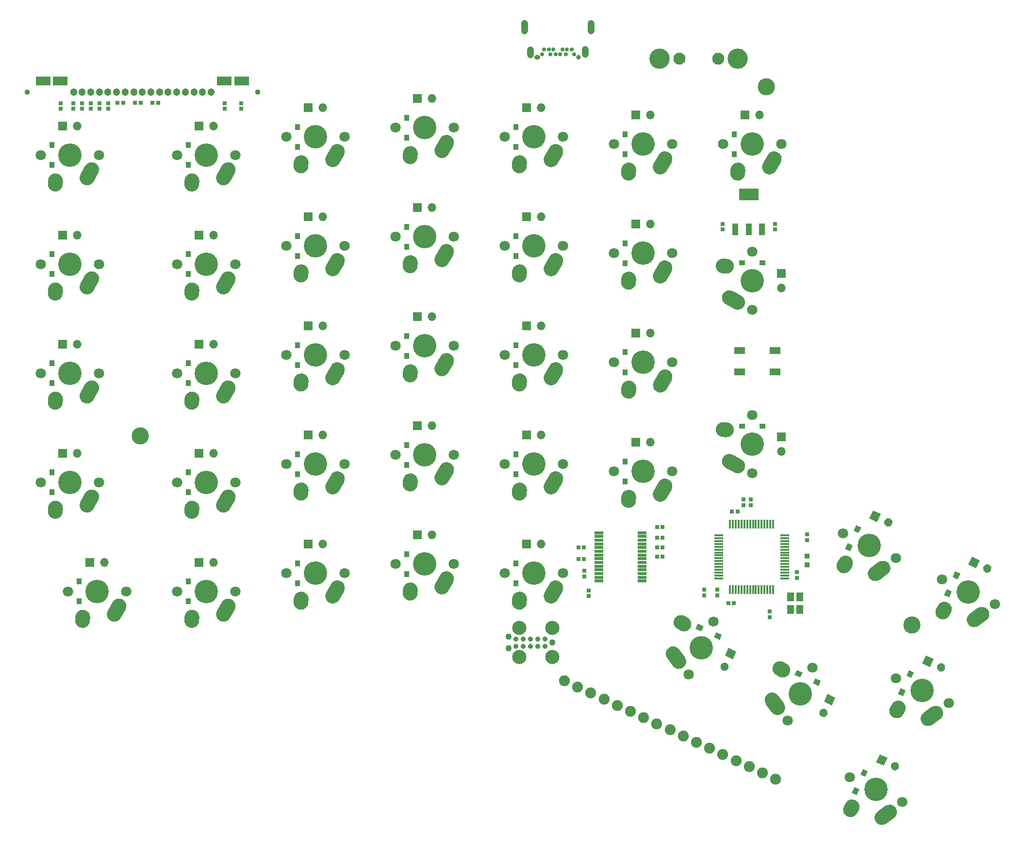
<source format=gbs>
G04 #@! TF.GenerationSoftware,KiCad,Pcbnew,5.1.6-c6e7f7d~87~ubuntu20.04.1*
G04 #@! TF.CreationDate,2020-08-07T18:47:16+02:00*
G04 #@! TF.ProjectId,ICEDLeft,49434544-4c65-4667-942e-6b696361645f,1.2b*
G04 #@! TF.SameCoordinates,Original*
G04 #@! TF.FileFunction,Soldermask,Bot*
G04 #@! TF.FilePolarity,Negative*
%FSLAX46Y46*%
G04 Gerber Fmt 4.6, Leading zero omitted, Abs format (unit mm)*
G04 Created by KiCad (PCBNEW 5.1.6-c6e7f7d~87~ubuntu20.04.1) date 2020-08-07 18:47:16*
%MOMM*%
%LPD*%
G01*
G04 APERTURE LIST*
%ADD10C,2.101600*%
%ADD11C,3.539600*%
%ADD12R,0.401600X1.601600*%
%ADD13R,1.601600X0.401600*%
%ADD14R,0.751600X0.701600*%
%ADD15R,0.701600X0.751600*%
%ADD16R,0.899160X0.899160*%
%ADD17R,1.301600X1.501600*%
%ADD18C,0.889000*%
%ADD19C,1.092210*%
%ADD20C,2.476510*%
%ADD21C,1.901600*%
%ADD22R,1.051600X2.001600*%
%ADD23R,3.351600X2.001600*%
%ADD24R,1.901600X1.201600*%
%ADD25R,1.531600X0.501600*%
%ADD26C,3.000000*%
%ADD27R,2.501600X1.601600*%
%ADD28C,1.301600*%
%ADD29C,0.951610*%
%ADD30O,1.501600X1.501600*%
%ADD31R,1.501600X1.501600*%
%ADD32C,0.100000*%
%ADD33R,0.952500X1.102360*%
%ADD34R,1.102360X0.952500*%
%ADD35C,4.089410*%
%ADD36C,1.803410*%
%ADD37C,0.801600*%
%ADD38C,0.701600*%
%ADD39O,1.201600X2.051600*%
%ADD40O,1.201600X2.501600*%
%ADD41O,1.051600X0.801600*%
G04 APERTURE END LIST*
D10*
G04 #@! TO.C,J1*
X132170000Y-32739000D03*
X138970000Y-32739000D03*
D11*
X128770000Y-32739000D03*
X142370000Y-32739000D03*
G04 #@! TD*
D12*
G04 #@! TO.C,U1*
X141030000Y-114011000D03*
X141530000Y-114011000D03*
X142030000Y-114011000D03*
X142530000Y-114011000D03*
X143030000Y-114011000D03*
X143530000Y-114011000D03*
X144030000Y-114011000D03*
X144530000Y-114011000D03*
X145030000Y-114011000D03*
X145530000Y-114011000D03*
X146030000Y-114011000D03*
X146530000Y-114011000D03*
X147030000Y-114011000D03*
X147530000Y-114011000D03*
X148030000Y-114011000D03*
X148530000Y-114011000D03*
D13*
X150530000Y-116011000D03*
X150530000Y-116511000D03*
X150530000Y-117011000D03*
X150530000Y-117511000D03*
X150530000Y-118011000D03*
X150530000Y-118511000D03*
X150530000Y-119011000D03*
X150530000Y-119511000D03*
X150530000Y-120011000D03*
X150530000Y-120511000D03*
X150530000Y-121011000D03*
X150530000Y-121511000D03*
X150530000Y-122011000D03*
X150530000Y-122511000D03*
X150530000Y-123011000D03*
X150530000Y-123511000D03*
D12*
X148530000Y-125511000D03*
X148030000Y-125511000D03*
X147530000Y-125511000D03*
X147030000Y-125511000D03*
X146530000Y-125511000D03*
X146030000Y-125511000D03*
X145530000Y-125511000D03*
X145030000Y-125511000D03*
X144530000Y-125511000D03*
X144030000Y-125511000D03*
X143530000Y-125511000D03*
X143030000Y-125511000D03*
X142530000Y-125511000D03*
X142030000Y-125511000D03*
X141530000Y-125511000D03*
X141030000Y-125511000D03*
D13*
X139030000Y-123511000D03*
X139030000Y-123011000D03*
X139030000Y-122511000D03*
X139030000Y-122011000D03*
X139030000Y-121511000D03*
X139030000Y-121011000D03*
X139030000Y-120511000D03*
X139030000Y-120011000D03*
X139030000Y-119511000D03*
X139030000Y-119011000D03*
X139030000Y-118511000D03*
X139030000Y-118011000D03*
X139030000Y-117511000D03*
X139030000Y-117011000D03*
X139030000Y-116511000D03*
X139030000Y-116011000D03*
G04 #@! TD*
D14*
G04 #@! TO.C,C17*
X26416000Y-41521000D03*
X26416000Y-40521000D03*
G04 #@! TD*
G04 #@! TO.C,C16*
X27940000Y-41521000D03*
X27940000Y-40521000D03*
G04 #@! TD*
G04 #@! TO.C,R9*
X55753000Y-40521000D03*
X55753000Y-41521000D03*
G04 #@! TD*
D15*
G04 #@! TO.C,R8*
X129278000Y-116459000D03*
X128278000Y-116459000D03*
G04 #@! TD*
D14*
G04 #@! TO.C,R7*
X138811000Y-125484000D03*
X138811000Y-126484000D03*
G04 #@! TD*
G04 #@! TO.C,R10*
X52832000Y-40521000D03*
X52832000Y-41521000D03*
G04 #@! TD*
G04 #@! TO.C,R11*
X154432000Y-116832000D03*
X154432000Y-115832000D03*
G04 #@! TD*
G04 #@! TO.C,R6*
X136525000Y-125484000D03*
X136525000Y-126484000D03*
G04 #@! TD*
D15*
G04 #@! TO.C,R5*
X114562000Y-120142000D03*
X115562000Y-120142000D03*
G04 #@! TD*
G04 #@! TO.C,R4*
X114562000Y-118110000D03*
X115562000Y-118110000D03*
G04 #@! TD*
G04 #@! TO.C,C10*
X40267000Y-40513000D03*
X41267000Y-40513000D03*
G04 #@! TD*
D14*
G04 #@! TO.C,C9*
X115570000Y-123182000D03*
X115570000Y-122182000D03*
G04 #@! TD*
G04 #@! TO.C,C15*
X29464000Y-41521000D03*
X29464000Y-40521000D03*
G04 #@! TD*
G04 #@! TO.C,C8*
X116332000Y-125611000D03*
X116332000Y-126611000D03*
G04 #@! TD*
G04 #@! TO.C,C14*
X30988000Y-41521000D03*
X30988000Y-40521000D03*
G04 #@! TD*
G04 #@! TO.C,C13*
X32512000Y-41521000D03*
X32512000Y-40521000D03*
G04 #@! TD*
D15*
G04 #@! TO.C,C12*
X35171000Y-40513000D03*
X34171000Y-40513000D03*
G04 #@! TD*
G04 #@! TO.C,C11*
X38219000Y-40513000D03*
X37219000Y-40513000D03*
G04 #@! TD*
D14*
G04 #@! TO.C,C5*
X147955000Y-129294000D03*
X147955000Y-130294000D03*
G04 #@! TD*
D15*
G04 #@! TO.C,R3*
X129278000Y-118110000D03*
X128278000Y-118110000D03*
G04 #@! TD*
D14*
G04 #@! TO.C,C7*
X152654000Y-122436000D03*
X152654000Y-123436000D03*
G04 #@! TD*
D15*
G04 #@! TO.C,C3*
X140724000Y-127889000D03*
X141724000Y-127889000D03*
G04 #@! TD*
D14*
G04 #@! TO.C,C1*
X148844000Y-62603000D03*
X148844000Y-61603000D03*
G04 #@! TD*
G04 #@! TO.C,R2*
X144653000Y-109736000D03*
X144653000Y-110736000D03*
G04 #@! TD*
D15*
G04 #@! TO.C,C6*
X129278000Y-114554000D03*
X128278000Y-114554000D03*
G04 #@! TD*
D14*
G04 #@! TO.C,C2*
X139700000Y-62603000D03*
X139700000Y-61603000D03*
G04 #@! TD*
D15*
G04 #@! TO.C,C4*
X141359000Y-111887000D03*
X142359000Y-111887000D03*
G04 #@! TD*
D14*
G04 #@! TO.C,R1*
X143383000Y-109736000D03*
X143383000Y-110736000D03*
G04 #@! TD*
D16*
G04 #@! TO.C,D77*
X154432000Y-121145300D03*
X154432000Y-119646700D03*
G04 #@! TD*
D17*
G04 #@! TO.C,X1*
X151600000Y-128989000D03*
X153200000Y-128989000D03*
X153200000Y-126789000D03*
X151600000Y-126789000D03*
G04 #@! TD*
D18*
G04 #@! TO.C,P1*
X106172000Y-134112000D03*
X106172000Y-135382000D03*
X104902000Y-134112000D03*
X104902000Y-135382000D03*
X103632000Y-135382000D03*
X103632000Y-134112000D03*
X107442000Y-134112000D03*
X107442000Y-135382000D03*
X108712000Y-134112000D03*
X108712000Y-135382000D03*
D19*
X109982000Y-134747000D03*
X102362000Y-133731000D03*
X102362000Y-135763000D03*
D20*
X109982000Y-132207000D03*
X104267000Y-132207000D03*
X109982000Y-137287000D03*
X104267000Y-137287000D03*
G04 #@! TD*
D21*
G04 #@! TO.C,P3*
X148972174Y-158574603D03*
X146670152Y-157501153D03*
X144368131Y-156427702D03*
X142066109Y-155354252D03*
X139764087Y-154280802D03*
X137462065Y-153207351D03*
X135160044Y-152133901D03*
X132858022Y-151060450D03*
X130556000Y-149987000D03*
X128253978Y-148913550D03*
X125951956Y-147840099D03*
X123649935Y-146766649D03*
X121347913Y-145693198D03*
X119045891Y-144619748D03*
X116743869Y-143546298D03*
X114441848Y-142472847D03*
X112139826Y-141399397D03*
G04 #@! TD*
D22*
G04 #@! TO.C,Q1*
X144272000Y-62613000D03*
X141972000Y-62613000D03*
X146572000Y-62613000D03*
D23*
X144272000Y-56513000D03*
G04 #@! TD*
D15*
G04 #@! TO.C,R12*
X128278000Y-119761000D03*
X129278000Y-119761000D03*
G04 #@! TD*
D14*
G04 #@! TO.C,R13*
X24257000Y-40521000D03*
X24257000Y-41521000D03*
G04 #@! TD*
D24*
G04 #@! TO.C,S39*
X142696000Y-87448000D03*
X142696000Y-83748000D03*
X148896000Y-87448000D03*
X148896000Y-83748000D03*
G04 #@! TD*
D25*
G04 #@! TO.C,U2*
X125715000Y-115536000D03*
X125715000Y-116186000D03*
X125715000Y-116836000D03*
X125715000Y-117486000D03*
X125715000Y-118136000D03*
X125715000Y-118786000D03*
X125715000Y-119436000D03*
X125715000Y-120086000D03*
X125715000Y-120736000D03*
X125715000Y-121386000D03*
X125715000Y-122036000D03*
X125715000Y-122686000D03*
X125715000Y-123336000D03*
X125715000Y-123986000D03*
X118125000Y-123986000D03*
X118125000Y-123336000D03*
X118125000Y-122686000D03*
X118125000Y-122036000D03*
X118125000Y-121386000D03*
X118125000Y-120736000D03*
X118125000Y-120086000D03*
X118125000Y-119436000D03*
X118125000Y-118786000D03*
X118125000Y-118136000D03*
X118125000Y-117486000D03*
X118125000Y-116836000D03*
X118125000Y-116186000D03*
X118125000Y-115536000D03*
G04 #@! TD*
D26*
G04 #@! TO.C,FID1*
X147320000Y-37719000D03*
G04 #@! TD*
G04 #@! TO.C,FID3*
X38100000Y-98679000D03*
G04 #@! TD*
G04 #@! TO.C,FID5*
X172720000Y-131699000D03*
G04 #@! TD*
D27*
G04 #@! TO.C,LCD1*
X21197000Y-36665000D03*
X24197000Y-36665000D03*
D28*
X26497000Y-38615000D03*
X27997000Y-38615000D03*
X29497000Y-38615000D03*
X30997000Y-38615000D03*
X32497000Y-38615000D03*
X33997000Y-38615000D03*
X35497000Y-38615000D03*
X36997000Y-38615000D03*
X38497000Y-38615000D03*
X39997000Y-38615000D03*
X41497000Y-38615000D03*
X42997000Y-38615000D03*
X44497000Y-38615000D03*
X45997000Y-38615000D03*
X47497000Y-38615000D03*
X48997000Y-38615000D03*
X50497000Y-38615000D03*
D27*
X52797000Y-36665000D03*
X55797000Y-36665000D03*
D29*
X58597000Y-38615000D03*
X18397000Y-38615000D03*
G04 #@! TD*
D30*
G04 #@! TO.C,D51*
X50927500Y-63573700D03*
D31*
X48387500Y-63573700D03*
G04 #@! TD*
G04 #@! TO.C,D69*
G36*
G01*
X169113555Y-156017423D02*
X169113555Y-156017423D01*
G75*
G02*
X170111313Y-155654269I680456J-317302D01*
G01*
X170111313Y-155654269D01*
G75*
G02*
X170474467Y-156652027I-317302J-680456D01*
G01*
X170474467Y-156652027D01*
G75*
G02*
X169476709Y-157015181I-680456J317302D01*
G01*
X169476709Y-157015181D01*
G75*
G02*
X169113555Y-156017423I317302J680456D01*
G01*
G37*
D32*
G36*
X166494231Y-155624429D02*
G01*
X167128835Y-154263517D01*
X168489747Y-154898121D01*
X167855143Y-156259033D01*
X166494231Y-155624429D01*
G37*
G04 #@! TD*
D30*
G04 #@! TO.C,D66*
X50927500Y-101674000D03*
D31*
X48387500Y-101674000D03*
G04 #@! TD*
D30*
G04 #@! TO.C,D50*
X69977000Y-60398700D03*
D31*
X67437000Y-60398700D03*
G04 #@! TD*
D30*
G04 #@! TO.C,D65*
X69977000Y-98499000D03*
D31*
X67437000Y-98499000D03*
G04 #@! TD*
D30*
G04 #@! TO.C,D49*
X89027000Y-58801000D03*
D31*
X86487000Y-58801000D03*
G04 #@! TD*
D30*
G04 #@! TO.C,D64*
X89027000Y-96901000D03*
D31*
X86487000Y-96901000D03*
G04 #@! TD*
D30*
G04 #@! TO.C,D48*
X108077000Y-60398700D03*
D31*
X105537000Y-60398700D03*
G04 #@! TD*
D30*
G04 #@! TO.C,D67*
X27115000Y-101674000D03*
D31*
X24575000Y-101674000D03*
G04 #@! TD*
D30*
G04 #@! TO.C,D52*
X27115000Y-63573700D03*
D31*
X24575000Y-63573700D03*
G04 #@! TD*
G04 #@! TO.C,D68*
G36*
G01*
X177165555Y-138750423D02*
X177165555Y-138750423D01*
G75*
G02*
X178163313Y-138387269I680456J-317302D01*
G01*
X178163313Y-138387269D01*
G75*
G02*
X178526467Y-139385027I-317302J-680456D01*
G01*
X178526467Y-139385027D01*
G75*
G02*
X177528709Y-139748181I-680456J317302D01*
G01*
X177528709Y-139748181D01*
G75*
G02*
X177165555Y-138750423I317302J680456D01*
G01*
G37*
D32*
G36*
X174546231Y-138357429D02*
G01*
X175180835Y-136996517D01*
X176541747Y-137631121D01*
X175907143Y-138992033D01*
X174546231Y-138357429D01*
G37*
G04 #@! TD*
D30*
G04 #@! TO.C,D53*
X127138000Y-80708100D03*
D31*
X124598000Y-80708100D03*
G04 #@! TD*
D30*
G04 #@! TO.C,D63*
X108077000Y-98499000D03*
D31*
X105537000Y-98499000D03*
G04 #@! TD*
D30*
G04 #@! TO.C,D54*
X108077000Y-79449000D03*
D31*
X105537000Y-79449000D03*
G04 #@! TD*
G04 #@! TO.C,D70*
G36*
G01*
X157641577Y-146334555D02*
X157641577Y-146334555D01*
G75*
G02*
X158004731Y-147332313I-317302J-680456D01*
G01*
X158004731Y-147332313D01*
G75*
G02*
X157006973Y-147695467I-680456J317302D01*
G01*
X157006973Y-147695467D01*
G75*
G02*
X156643819Y-146697709I317302J680456D01*
G01*
X156643819Y-146697709D01*
G75*
G02*
X157641577Y-146334555I680456J-317302D01*
G01*
G37*
D32*
G36*
X158034571Y-143715231D02*
G01*
X159395483Y-144349835D01*
X158760879Y-145710747D01*
X157399967Y-145076143D01*
X158034571Y-143715231D01*
G37*
G04 #@! TD*
D30*
G04 #@! TO.C,D43*
X69977000Y-41348700D03*
D31*
X67437000Y-41348700D03*
G04 #@! TD*
D30*
G04 #@! TO.C,D55*
X89027000Y-77851000D03*
D31*
X86487000Y-77851000D03*
G04 #@! TD*
G04 #@! TO.C,D71*
G36*
G01*
X140377577Y-138283555D02*
X140377577Y-138283555D01*
G75*
G02*
X140740731Y-139281313I-317302J-680456D01*
G01*
X140740731Y-139281313D01*
G75*
G02*
X139742973Y-139644467I-680456J317302D01*
G01*
X139742973Y-139644467D01*
G75*
G02*
X139379819Y-138646709I317302J680456D01*
G01*
X139379819Y-138646709D01*
G75*
G02*
X140377577Y-138283555I680456J-317302D01*
G01*
G37*
D32*
G36*
X140770571Y-135664231D02*
G01*
X142131483Y-136298835D01*
X141496879Y-137659747D01*
X140135967Y-137025143D01*
X140770571Y-135664231D01*
G37*
G04 #@! TD*
D30*
G04 #@! TO.C,D40*
X127127000Y-42621200D03*
D31*
X124587000Y-42621200D03*
G04 #@! TD*
D30*
G04 #@! TO.C,D56*
X69977000Y-79449000D03*
D31*
X67437000Y-79449000D03*
G04 #@! TD*
D30*
G04 #@! TO.C,D72*
X108077000Y-117549000D03*
D31*
X105537000Y-117549000D03*
G04 #@! TD*
D30*
G04 #@! TO.C,D41*
X108077000Y-41348700D03*
D31*
X105537000Y-41348700D03*
G04 #@! TD*
D30*
G04 #@! TO.C,D57*
X50927500Y-82624000D03*
D31*
X48387500Y-82624000D03*
G04 #@! TD*
D30*
G04 #@! TO.C,D73*
X89027000Y-115951000D03*
D31*
X86487000Y-115951000D03*
G04 #@! TD*
D30*
G04 #@! TO.C,D42*
X89027000Y-39751000D03*
D31*
X86487000Y-39751000D03*
G04 #@! TD*
D30*
G04 #@! TO.C,D58*
X27115000Y-82624000D03*
D31*
X24575000Y-82624000D03*
G04 #@! TD*
D30*
G04 #@! TO.C,D74*
X69977000Y-117549000D03*
D31*
X67437000Y-117549000D03*
G04 #@! TD*
D30*
G04 #@! TO.C,D39*
X146177000Y-42621200D03*
D31*
X143637000Y-42621200D03*
G04 #@! TD*
G04 #@! TO.C,D59*
G36*
G01*
X185217555Y-121484423D02*
X185217555Y-121484423D01*
G75*
G02*
X186215313Y-121121269I680456J-317302D01*
G01*
X186215313Y-121121269D01*
G75*
G02*
X186578467Y-122119027I-317302J-680456D01*
G01*
X186578467Y-122119027D01*
G75*
G02*
X185580709Y-122482181I-680456J317302D01*
G01*
X185580709Y-122482181D01*
G75*
G02*
X185217555Y-121484423I317302J680456D01*
G01*
G37*
D32*
G36*
X182598231Y-121091429D02*
G01*
X183232835Y-119730517D01*
X184593747Y-120365121D01*
X183959143Y-121726033D01*
X182598231Y-121091429D01*
G37*
G04 #@! TD*
D30*
G04 #@! TO.C,D75*
X50927000Y-120724000D03*
D31*
X48387000Y-120724000D03*
G04 #@! TD*
D30*
G04 #@! TO.C,D44*
X50927500Y-44526200D03*
D31*
X48387500Y-44526200D03*
G04 #@! TD*
G04 #@! TO.C,D60*
G36*
G01*
X167953555Y-113434423D02*
X167953555Y-113434423D01*
G75*
G02*
X168951313Y-113071269I680456J-317302D01*
G01*
X168951313Y-113071269D01*
G75*
G02*
X169314467Y-114069027I-317302J-680456D01*
G01*
X169314467Y-114069027D01*
G75*
G02*
X168316709Y-114432181I-680456J317302D01*
G01*
X168316709Y-114432181D01*
G75*
G02*
X167953555Y-113434423I317302J680456D01*
G01*
G37*
D32*
G36*
X165334231Y-113041429D02*
G01*
X165968835Y-111680517D01*
X167329747Y-112315121D01*
X166695143Y-113676033D01*
X165334231Y-113041429D01*
G37*
G04 #@! TD*
D30*
G04 #@! TO.C,D76*
X31877000Y-120724000D03*
D31*
X29337000Y-120724000D03*
G04 #@! TD*
D30*
G04 #@! TO.C,D45*
X27115000Y-44526200D03*
D31*
X24575000Y-44526200D03*
G04 #@! TD*
D30*
G04 #@! TO.C,D61*
X149987000Y-101356000D03*
D31*
X149987000Y-98816000D03*
G04 #@! TD*
D30*
G04 #@! TO.C,D46*
X149987000Y-72781200D03*
D31*
X149987000Y-70241200D03*
G04 #@! TD*
D30*
G04 #@! TO.C,D62*
X127127000Y-99769000D03*
D31*
X124587000Y-99769000D03*
G04 #@! TD*
D30*
G04 #@! TO.C,D47*
X127127000Y-61668700D03*
D31*
X124587000Y-61668700D03*
G04 #@! TD*
D32*
G04 #@! TO.C,D21*
G36*
X180320991Y-122266794D02*
G01*
X181184249Y-122669338D01*
X180718371Y-123668416D01*
X179855113Y-123265872D01*
X180320991Y-122266794D01*
G37*
G36*
X178841776Y-125438980D02*
G01*
X179705034Y-125841524D01*
X179239156Y-126840602D01*
X178375898Y-126438058D01*
X178841776Y-125438980D01*
G37*
G04 #@! TD*
D33*
G04 #@! TO.C,D20*
X22733500Y-85951400D03*
X22733500Y-89451520D03*
G04 #@! TD*
G04 #@! TO.C,D19*
X46545500Y-85951400D03*
X46545500Y-89451520D03*
G04 #@! TD*
G04 #@! TO.C,D18*
X65595500Y-82776400D03*
X65595500Y-86276520D03*
G04 #@! TD*
G04 #@! TO.C,D17*
X84645500Y-81178400D03*
X84645500Y-84678520D03*
G04 #@! TD*
G04 #@! TO.C,D16*
X103696000Y-82776400D03*
X103696000Y-86276520D03*
G04 #@! TD*
G04 #@! TO.C,D15*
X122756000Y-84035500D03*
X122756000Y-87535620D03*
G04 #@! TD*
G04 #@! TO.C,D14*
X22733500Y-66901100D03*
X22733500Y-70401220D03*
G04 #@! TD*
G04 #@! TO.C,D13*
X46545500Y-66901100D03*
X46545500Y-70401220D03*
G04 #@! TD*
G04 #@! TO.C,D12*
X65595500Y-63726100D03*
X65595500Y-67226220D03*
G04 #@! TD*
G04 #@! TO.C,D10*
X103696000Y-63726100D03*
X103696000Y-67226220D03*
G04 #@! TD*
G04 #@! TO.C,D9*
X122746000Y-64996100D03*
X122746000Y-68496220D03*
G04 #@! TD*
D34*
G04 #@! TO.C,D8*
X146659600Y-68399700D03*
X143159480Y-68399700D03*
G04 #@! TD*
D33*
G04 #@! TO.C,D7*
X22733500Y-47853600D03*
X22733500Y-51353720D03*
G04 #@! TD*
G04 #@! TO.C,D6*
X46545500Y-47853600D03*
X46545500Y-51353720D03*
G04 #@! TD*
D32*
G04 #@! TO.C,D22*
G36*
X163055991Y-114215794D02*
G01*
X163919249Y-114618338D01*
X163453371Y-115617416D01*
X162590113Y-115214872D01*
X163055991Y-114215794D01*
G37*
G36*
X161576776Y-117387980D02*
G01*
X162440034Y-117790524D01*
X161974156Y-118789602D01*
X161110898Y-118387058D01*
X161576776Y-117387980D01*
G37*
G04 #@! TD*
D33*
G04 #@! TO.C,D2*
X122746000Y-45948600D03*
X122746000Y-49448720D03*
G04 #@! TD*
G04 #@! TO.C,D3*
X103696000Y-44676100D03*
X103696000Y-48176220D03*
G04 #@! TD*
G04 #@! TO.C,D4*
X84645500Y-43078400D03*
X84645500Y-46578520D03*
G04 #@! TD*
G04 #@! TO.C,D5*
X65595500Y-44676100D03*
X65595500Y-48176220D03*
G04 #@! TD*
G04 #@! TO.C,D11*
X84645500Y-62128400D03*
X84645500Y-65628520D03*
G04 #@! TD*
G04 #@! TO.C,D38*
X27495500Y-124051400D03*
X27495500Y-127551520D03*
G04 #@! TD*
G04 #@! TO.C,D37*
X46545500Y-124051400D03*
X46545500Y-127551520D03*
G04 #@! TD*
G04 #@! TO.C,D36*
X65595500Y-120876400D03*
X65595500Y-124376520D03*
G04 #@! TD*
G04 #@! TO.C,D35*
X84645500Y-119278400D03*
X84645500Y-122778520D03*
G04 #@! TD*
G04 #@! TO.C,D34*
X103696000Y-120876400D03*
X103696000Y-124376520D03*
G04 #@! TD*
G04 #@! TO.C,D1*
X141796000Y-45948600D03*
X141796000Y-49448720D03*
G04 #@! TD*
D32*
G04 #@! TO.C,D32*
G36*
X156863206Y-141440991D02*
G01*
X156460662Y-142304249D01*
X155461584Y-141838371D01*
X155864128Y-140975113D01*
X156863206Y-141440991D01*
G37*
G36*
X153691020Y-139961776D02*
G01*
X153288476Y-140825034D01*
X152289398Y-140359156D01*
X152691942Y-139495898D01*
X153691020Y-139961776D01*
G37*
G04 #@! TD*
G04 #@! TO.C,D31*
G36*
X164219991Y-156795794D02*
G01*
X165083249Y-157198338D01*
X164617371Y-158197416D01*
X163754113Y-157794872D01*
X164219991Y-156795794D01*
G37*
G36*
X162740776Y-159967980D02*
G01*
X163604034Y-160370524D01*
X163138156Y-161369602D01*
X162274898Y-160967058D01*
X162740776Y-159967980D01*
G37*
G04 #@! TD*
G04 #@! TO.C,D30*
G36*
X172270991Y-139528794D02*
G01*
X173134249Y-139931338D01*
X172668371Y-140930416D01*
X171805113Y-140527872D01*
X172270991Y-139528794D01*
G37*
G36*
X170791776Y-142700980D02*
G01*
X171655034Y-143103524D01*
X171189156Y-144102602D01*
X170325898Y-143700058D01*
X170791776Y-142700980D01*
G37*
G04 #@! TD*
D33*
G04 #@! TO.C,D29*
X22733500Y-105001400D03*
X22733500Y-108501520D03*
G04 #@! TD*
G04 #@! TO.C,D28*
X46545500Y-105001400D03*
X46545500Y-108501520D03*
G04 #@! TD*
G04 #@! TO.C,D27*
X65595500Y-101826400D03*
X65595500Y-105326520D03*
G04 #@! TD*
G04 #@! TO.C,D26*
X84645500Y-100228400D03*
X84645500Y-103728520D03*
G04 #@! TD*
G04 #@! TO.C,D25*
X103696000Y-101826400D03*
X103696000Y-105326520D03*
G04 #@! TD*
G04 #@! TO.C,D24*
X122746000Y-103096400D03*
X122746000Y-106596520D03*
G04 #@! TD*
D34*
G04 #@! TO.C,D23*
X146659600Y-96974500D03*
X143159480Y-96974500D03*
G04 #@! TD*
D32*
G04 #@! TO.C,D33*
G36*
X139599206Y-133388991D02*
G01*
X139196662Y-134252249D01*
X138197584Y-133786371D01*
X138600128Y-132923113D01*
X139599206Y-133388991D01*
G37*
G36*
X136427020Y-131909776D02*
G01*
X136024476Y-132773034D01*
X135025398Y-132307156D01*
X135427942Y-131443898D01*
X136427020Y-131909776D01*
G37*
G04 #@! TD*
D35*
G04 #@! TO.C,S22*
X165334000Y-117820000D03*
D36*
X169938044Y-119966901D03*
X160729956Y-115673099D03*
G36*
G01*
X168477646Y-122785467D02*
X167125731Y-123765889D01*
G75*
G02*
X165309023Y-123476525I-763672J1053036D01*
G01*
X165309023Y-123476525D01*
G75*
G02*
X165598387Y-121659817I1053036J763672D01*
G01*
X166950301Y-120679395D01*
G75*
G02*
X168767009Y-120968759I763672J-1053036D01*
G01*
X168767009Y-120968759D01*
G75*
G02*
X168477645Y-122785467I-1053036J-763672D01*
G01*
G37*
G36*
G01*
X162304719Y-121470985D02*
X162024415Y-121978755D01*
G75*
G02*
X160256957Y-122488905I-1138804J628654D01*
G01*
X160256957Y-122488905D01*
G75*
G02*
X159746807Y-120721447I628654J1138804D01*
G01*
X160027111Y-120213677D01*
G75*
G02*
X161794569Y-119703527I1138804J-628654D01*
G01*
X161794569Y-119703527D01*
G75*
G02*
X162304719Y-121470985I-628654J-1138804D01*
G01*
G37*
G04 #@! TD*
D35*
G04 #@! TO.C,S2*
X125857000Y-47701200D03*
D36*
X130937000Y-47701200D03*
X120777000Y-47701200D03*
G36*
G01*
X130804608Y-50872879D02*
X129993702Y-52332787D01*
G75*
G02*
X128224914Y-52838309I-1137155J631633D01*
G01*
X128224914Y-52838309D01*
G75*
G02*
X127719392Y-51069521I631633J1137155D01*
G01*
X128530298Y-49609613D01*
G75*
G02*
X130299086Y-49104091I1137155J-631633D01*
G01*
X130299086Y-49104091D01*
G75*
G02*
X130804608Y-50872879I-631633J-1137155D01*
G01*
G37*
G36*
G01*
X124654512Y-52290346D02*
X124615064Y-52869002D01*
G75*
G02*
X123228802Y-54078316I-1297788J88474D01*
G01*
X123228802Y-54078316D01*
G75*
G02*
X122019488Y-52692054I88474J1297788D01*
G01*
X122058936Y-52113398D01*
G75*
G02*
X123445198Y-50904084I1297788J-88474D01*
G01*
X123445198Y-50904084D01*
G75*
G02*
X124654512Y-52290346I-88474J-1297788D01*
G01*
G37*
G04 #@! TD*
D35*
G04 #@! TO.C,S12*
X68707000Y-65478700D03*
D36*
X73787000Y-65478700D03*
X63627000Y-65478700D03*
G36*
G01*
X73654608Y-68650379D02*
X72843702Y-70110287D01*
G75*
G02*
X71074914Y-70615809I-1137155J631633D01*
G01*
X71074914Y-70615809D01*
G75*
G02*
X70569392Y-68847021I631633J1137155D01*
G01*
X71380298Y-67387113D01*
G75*
G02*
X73149086Y-66881591I1137155J-631633D01*
G01*
X73149086Y-66881591D01*
G75*
G02*
X73654608Y-68650379I-631633J-1137155D01*
G01*
G37*
G36*
G01*
X67504512Y-70067846D02*
X67465064Y-70646502D01*
G75*
G02*
X66078802Y-71855816I-1297788J88474D01*
G01*
X66078802Y-71855816D01*
G75*
G02*
X64869488Y-70469554I88474J1297788D01*
G01*
X64908936Y-69890898D01*
G75*
G02*
X66295198Y-68681584I1297788J-88474D01*
G01*
X66295198Y-68681584D01*
G75*
G02*
X67504512Y-70067846I-88474J-1297788D01*
G01*
G37*
G04 #@! TD*
D35*
G04 #@! TO.C,S32*
X153258000Y-143718000D03*
D36*
X151111099Y-148322044D03*
X155404901Y-139113956D03*
G36*
G01*
X148292533Y-146861646D02*
X147312111Y-145509731D01*
G75*
G02*
X147601475Y-143693023I1053036J763672D01*
G01*
X147601475Y-143693023D01*
G75*
G02*
X149418183Y-143982387I763672J-1053036D01*
G01*
X150398605Y-145334301D01*
G75*
G02*
X150109241Y-147151009I-1053036J-763672D01*
G01*
X150109241Y-147151009D01*
G75*
G02*
X148292533Y-146861645I-763672J1053036D01*
G01*
G37*
G36*
G01*
X149607015Y-140688719D02*
X149099245Y-140408415D01*
G75*
G02*
X148589095Y-138640957I628654J1138804D01*
G01*
X148589095Y-138640957D01*
G75*
G02*
X150356553Y-138130807I1138804J-628654D01*
G01*
X150864323Y-138411111D01*
G75*
G02*
X151374473Y-140178569I-628654J-1138804D01*
G01*
X151374473Y-140178569D01*
G75*
G02*
X149607015Y-140688719I-1138804J628654D01*
G01*
G37*
G04 #@! TD*
D35*
G04 #@! TO.C,S34*
X106807000Y-122629000D03*
D36*
X111887000Y-122629000D03*
X101727000Y-122629000D03*
G36*
G01*
X111754608Y-125800679D02*
X110943702Y-127260587D01*
G75*
G02*
X109174914Y-127766109I-1137155J631633D01*
G01*
X109174914Y-127766109D01*
G75*
G02*
X108669392Y-125997321I631633J1137155D01*
G01*
X109480298Y-124537413D01*
G75*
G02*
X111249086Y-124031891I1137155J-631633D01*
G01*
X111249086Y-124031891D01*
G75*
G02*
X111754608Y-125800679I-631633J-1137155D01*
G01*
G37*
G36*
G01*
X105604512Y-127218146D02*
X105565064Y-127796802D01*
G75*
G02*
X104178802Y-129006116I-1297788J88474D01*
G01*
X104178802Y-129006116D01*
G75*
G02*
X102969488Y-127619854I88474J1297788D01*
G01*
X103008936Y-127041198D01*
G75*
G02*
X104395198Y-125831884I1297788J-88474D01*
G01*
X104395198Y-125831884D01*
G75*
G02*
X105604512Y-127218146I-88474J-1297788D01*
G01*
G37*
G04 #@! TD*
D35*
G04 #@! TO.C,S35*
X87757000Y-121031000D03*
D36*
X92837000Y-121031000D03*
X82677000Y-121031000D03*
G36*
G01*
X92704608Y-124202679D02*
X91893702Y-125662587D01*
G75*
G02*
X90124914Y-126168109I-1137155J631633D01*
G01*
X90124914Y-126168109D01*
G75*
G02*
X89619392Y-124399321I631633J1137155D01*
G01*
X90430298Y-122939413D01*
G75*
G02*
X92199086Y-122433891I1137155J-631633D01*
G01*
X92199086Y-122433891D01*
G75*
G02*
X92704608Y-124202679I-631633J-1137155D01*
G01*
G37*
G36*
G01*
X86554512Y-125620146D02*
X86515064Y-126198802D01*
G75*
G02*
X85128802Y-127408116I-1297788J88474D01*
G01*
X85128802Y-127408116D01*
G75*
G02*
X83919488Y-126021854I88474J1297788D01*
G01*
X83958936Y-125443198D01*
G75*
G02*
X85345198Y-124233884I1297788J-88474D01*
G01*
X85345198Y-124233884D01*
G75*
G02*
X86554512Y-125620146I-88474J-1297788D01*
G01*
G37*
G04 #@! TD*
D35*
G04 #@! TO.C,S37*
X49657000Y-125804000D03*
D36*
X54737000Y-125804000D03*
X44577000Y-125804000D03*
G36*
G01*
X54604608Y-128975679D02*
X53793702Y-130435587D01*
G75*
G02*
X52024914Y-130941109I-1137155J631633D01*
G01*
X52024914Y-130941109D01*
G75*
G02*
X51519392Y-129172321I631633J1137155D01*
G01*
X52330298Y-127712413D01*
G75*
G02*
X54099086Y-127206891I1137155J-631633D01*
G01*
X54099086Y-127206891D01*
G75*
G02*
X54604608Y-128975679I-631633J-1137155D01*
G01*
G37*
G36*
G01*
X48454512Y-130393146D02*
X48415064Y-130971802D01*
G75*
G02*
X47028802Y-132181116I-1297788J88474D01*
G01*
X47028802Y-132181116D01*
G75*
G02*
X45819488Y-130794854I88474J1297788D01*
G01*
X45858936Y-130216198D01*
G75*
G02*
X47245198Y-129006884I1297788J-88474D01*
G01*
X47245198Y-129006884D01*
G75*
G02*
X48454512Y-130393146I-88474J-1297788D01*
G01*
G37*
G04 #@! TD*
D35*
G04 #@! TO.C,S24*
X125857000Y-104849000D03*
D36*
X130937000Y-104849000D03*
X120777000Y-104849000D03*
G36*
G01*
X130804608Y-108020679D02*
X129993702Y-109480587D01*
G75*
G02*
X128224914Y-109986109I-1137155J631633D01*
G01*
X128224914Y-109986109D01*
G75*
G02*
X127719392Y-108217321I631633J1137155D01*
G01*
X128530298Y-106757413D01*
G75*
G02*
X130299086Y-106251891I1137155J-631633D01*
G01*
X130299086Y-106251891D01*
G75*
G02*
X130804608Y-108020679I-631633J-1137155D01*
G01*
G37*
G36*
G01*
X124654512Y-109438146D02*
X124615064Y-110016802D01*
G75*
G02*
X123228802Y-111226116I-1297788J88474D01*
G01*
X123228802Y-111226116D01*
G75*
G02*
X122019488Y-109839854I88474J1297788D01*
G01*
X122058936Y-109261198D01*
G75*
G02*
X123445198Y-108051884I1297788J-88474D01*
G01*
X123445198Y-108051884D01*
G75*
G02*
X124654512Y-109438146I-88474J-1297788D01*
G01*
G37*
G04 #@! TD*
D35*
G04 #@! TO.C,S25*
X106807000Y-103579000D03*
D36*
X111887000Y-103579000D03*
X101727000Y-103579000D03*
G36*
G01*
X111754608Y-106750679D02*
X110943702Y-108210587D01*
G75*
G02*
X109174914Y-108716109I-1137155J631633D01*
G01*
X109174914Y-108716109D01*
G75*
G02*
X108669392Y-106947321I631633J1137155D01*
G01*
X109480298Y-105487413D01*
G75*
G02*
X111249086Y-104981891I1137155J-631633D01*
G01*
X111249086Y-104981891D01*
G75*
G02*
X111754608Y-106750679I-631633J-1137155D01*
G01*
G37*
G36*
G01*
X105604512Y-108168146D02*
X105565064Y-108746802D01*
G75*
G02*
X104178802Y-109956116I-1297788J88474D01*
G01*
X104178802Y-109956116D01*
G75*
G02*
X102969488Y-108569854I88474J1297788D01*
G01*
X103008936Y-107991198D01*
G75*
G02*
X104395198Y-106781884I1297788J-88474D01*
G01*
X104395198Y-106781884D01*
G75*
G02*
X105604512Y-108168146I-88474J-1297788D01*
G01*
G37*
G04 #@! TD*
D35*
G04 #@! TO.C,S26*
X87757000Y-101981000D03*
D36*
X92837000Y-101981000D03*
X82677000Y-101981000D03*
G36*
G01*
X92704608Y-105152679D02*
X91893702Y-106612587D01*
G75*
G02*
X90124914Y-107118109I-1137155J631633D01*
G01*
X90124914Y-107118109D01*
G75*
G02*
X89619392Y-105349321I631633J1137155D01*
G01*
X90430298Y-103889413D01*
G75*
G02*
X92199086Y-103383891I1137155J-631633D01*
G01*
X92199086Y-103383891D01*
G75*
G02*
X92704608Y-105152679I-631633J-1137155D01*
G01*
G37*
G36*
G01*
X86554512Y-106570146D02*
X86515064Y-107148802D01*
G75*
G02*
X85128802Y-108358116I-1297788J88474D01*
G01*
X85128802Y-108358116D01*
G75*
G02*
X83919488Y-106971854I88474J1297788D01*
G01*
X83958936Y-106393198D01*
G75*
G02*
X85345198Y-105183884I1297788J-88474D01*
G01*
X85345198Y-105183884D01*
G75*
G02*
X86554512Y-106570146I-88474J-1297788D01*
G01*
G37*
G04 #@! TD*
D35*
G04 #@! TO.C,S27*
X68707000Y-103579000D03*
D36*
X73787000Y-103579000D03*
X63627000Y-103579000D03*
G36*
G01*
X73654608Y-106750679D02*
X72843702Y-108210587D01*
G75*
G02*
X71074914Y-108716109I-1137155J631633D01*
G01*
X71074914Y-108716109D01*
G75*
G02*
X70569392Y-106947321I631633J1137155D01*
G01*
X71380298Y-105487413D01*
G75*
G02*
X73149086Y-104981891I1137155J-631633D01*
G01*
X73149086Y-104981891D01*
G75*
G02*
X73654608Y-106750679I-631633J-1137155D01*
G01*
G37*
G36*
G01*
X67504512Y-108168146D02*
X67465064Y-108746802D01*
G75*
G02*
X66078802Y-109956116I-1297788J88474D01*
G01*
X66078802Y-109956116D01*
G75*
G02*
X64869488Y-108569854I88474J1297788D01*
G01*
X64908936Y-107991198D01*
G75*
G02*
X66295198Y-106781884I1297788J-88474D01*
G01*
X66295198Y-106781884D01*
G75*
G02*
X67504512Y-108168146I-88474J-1297788D01*
G01*
G37*
G04 #@! TD*
D35*
G04 #@! TO.C,S28*
X49657000Y-106754000D03*
D36*
X54737000Y-106754000D03*
X44577000Y-106754000D03*
G36*
G01*
X54604608Y-109925679D02*
X53793702Y-111385587D01*
G75*
G02*
X52024914Y-111891109I-1137155J631633D01*
G01*
X52024914Y-111891109D01*
G75*
G02*
X51519392Y-110122321I631633J1137155D01*
G01*
X52330298Y-108662413D01*
G75*
G02*
X54099086Y-108156891I1137155J-631633D01*
G01*
X54099086Y-108156891D01*
G75*
G02*
X54604608Y-109925679I-631633J-1137155D01*
G01*
G37*
G36*
G01*
X48454512Y-111343146D02*
X48415064Y-111921802D01*
G75*
G02*
X47028802Y-113131116I-1297788J88474D01*
G01*
X47028802Y-113131116D01*
G75*
G02*
X45819488Y-111744854I88474J1297788D01*
G01*
X45858936Y-111166198D01*
G75*
G02*
X47245198Y-109956884I1297788J-88474D01*
G01*
X47245198Y-109956884D01*
G75*
G02*
X48454512Y-111343146I-88474J-1297788D01*
G01*
G37*
G04 #@! TD*
D35*
G04 #@! TO.C,S15*
X125868000Y-85788100D03*
D36*
X130948000Y-85788100D03*
X120788000Y-85788100D03*
G36*
G01*
X130815608Y-88959779D02*
X130004702Y-90419687D01*
G75*
G02*
X128235914Y-90925209I-1137155J631633D01*
G01*
X128235914Y-90925209D01*
G75*
G02*
X127730392Y-89156421I631633J1137155D01*
G01*
X128541298Y-87696513D01*
G75*
G02*
X130310086Y-87190991I1137155J-631633D01*
G01*
X130310086Y-87190991D01*
G75*
G02*
X130815608Y-88959779I-631633J-1137155D01*
G01*
G37*
G36*
G01*
X124665512Y-90377246D02*
X124626064Y-90955902D01*
G75*
G02*
X123239802Y-92165216I-1297788J88474D01*
G01*
X123239802Y-92165216D01*
G75*
G02*
X122030488Y-90778954I88474J1297788D01*
G01*
X122069936Y-90200298D01*
G75*
G02*
X123456198Y-88990984I1297788J-88474D01*
G01*
X123456198Y-88990984D01*
G75*
G02*
X124665512Y-90377246I-88474J-1297788D01*
G01*
G37*
G04 #@! TD*
D35*
G04 #@! TO.C,S16*
X106807000Y-84529000D03*
D36*
X111887000Y-84529000D03*
X101727000Y-84529000D03*
G36*
G01*
X111754608Y-87700679D02*
X110943702Y-89160587D01*
G75*
G02*
X109174914Y-89666109I-1137155J631633D01*
G01*
X109174914Y-89666109D01*
G75*
G02*
X108669392Y-87897321I631633J1137155D01*
G01*
X109480298Y-86437413D01*
G75*
G02*
X111249086Y-85931891I1137155J-631633D01*
G01*
X111249086Y-85931891D01*
G75*
G02*
X111754608Y-87700679I-631633J-1137155D01*
G01*
G37*
G36*
G01*
X105604512Y-89118146D02*
X105565064Y-89696802D01*
G75*
G02*
X104178802Y-90906116I-1297788J88474D01*
G01*
X104178802Y-90906116D01*
G75*
G02*
X102969488Y-89519854I88474J1297788D01*
G01*
X103008936Y-88941198D01*
G75*
G02*
X104395198Y-87731884I1297788J-88474D01*
G01*
X104395198Y-87731884D01*
G75*
G02*
X105604512Y-89118146I-88474J-1297788D01*
G01*
G37*
G04 #@! TD*
D35*
G04 #@! TO.C,S17*
X87757000Y-82931000D03*
D36*
X92837000Y-82931000D03*
X82677000Y-82931000D03*
G36*
G01*
X92704608Y-86102679D02*
X91893702Y-87562587D01*
G75*
G02*
X90124914Y-88068109I-1137155J631633D01*
G01*
X90124914Y-88068109D01*
G75*
G02*
X89619392Y-86299321I631633J1137155D01*
G01*
X90430298Y-84839413D01*
G75*
G02*
X92199086Y-84333891I1137155J-631633D01*
G01*
X92199086Y-84333891D01*
G75*
G02*
X92704608Y-86102679I-631633J-1137155D01*
G01*
G37*
G36*
G01*
X86554512Y-87520146D02*
X86515064Y-88098802D01*
G75*
G02*
X85128802Y-89308116I-1297788J88474D01*
G01*
X85128802Y-89308116D01*
G75*
G02*
X83919488Y-87921854I88474J1297788D01*
G01*
X83958936Y-87343198D01*
G75*
G02*
X85345198Y-86133884I1297788J-88474D01*
G01*
X85345198Y-86133884D01*
G75*
G02*
X86554512Y-87520146I-88474J-1297788D01*
G01*
G37*
G04 #@! TD*
D35*
G04 #@! TO.C,S18*
X68707000Y-84529000D03*
D36*
X73787000Y-84529000D03*
X63627000Y-84529000D03*
G36*
G01*
X73654608Y-87700679D02*
X72843702Y-89160587D01*
G75*
G02*
X71074914Y-89666109I-1137155J631633D01*
G01*
X71074914Y-89666109D01*
G75*
G02*
X70569392Y-87897321I631633J1137155D01*
G01*
X71380298Y-86437413D01*
G75*
G02*
X73149086Y-85931891I1137155J-631633D01*
G01*
X73149086Y-85931891D01*
G75*
G02*
X73654608Y-87700679I-631633J-1137155D01*
G01*
G37*
G36*
G01*
X67504512Y-89118146D02*
X67465064Y-89696802D01*
G75*
G02*
X66078802Y-90906116I-1297788J88474D01*
G01*
X66078802Y-90906116D01*
G75*
G02*
X64869488Y-89519854I88474J1297788D01*
G01*
X64908936Y-88941198D01*
G75*
G02*
X66295198Y-87731884I1297788J-88474D01*
G01*
X66295198Y-87731884D01*
G75*
G02*
X67504512Y-89118146I-88474J-1297788D01*
G01*
G37*
G04 #@! TD*
D35*
G04 #@! TO.C,S19*
X49657000Y-87704000D03*
D36*
X54737000Y-87704000D03*
X44577000Y-87704000D03*
G36*
G01*
X54604608Y-90875679D02*
X53793702Y-92335587D01*
G75*
G02*
X52024914Y-92841109I-1137155J631633D01*
G01*
X52024914Y-92841109D01*
G75*
G02*
X51519392Y-91072321I631633J1137155D01*
G01*
X52330298Y-89612413D01*
G75*
G02*
X54099086Y-89106891I1137155J-631633D01*
G01*
X54099086Y-89106891D01*
G75*
G02*
X54604608Y-90875679I-631633J-1137155D01*
G01*
G37*
G36*
G01*
X48454512Y-92293146D02*
X48415064Y-92871802D01*
G75*
G02*
X47028802Y-94081116I-1297788J88474D01*
G01*
X47028802Y-94081116D01*
G75*
G02*
X45819488Y-92694854I88474J1297788D01*
G01*
X45858936Y-92116198D01*
G75*
G02*
X47245198Y-90906884I1297788J-88474D01*
G01*
X47245198Y-90906884D01*
G75*
G02*
X48454512Y-92293146I-88474J-1297788D01*
G01*
G37*
G04 #@! TD*
D35*
G04 #@! TO.C,S10*
X106807000Y-65478700D03*
D36*
X111887000Y-65478700D03*
X101727000Y-65478700D03*
G36*
G01*
X111754608Y-68650379D02*
X110943702Y-70110287D01*
G75*
G02*
X109174914Y-70615809I-1137155J631633D01*
G01*
X109174914Y-70615809D01*
G75*
G02*
X108669392Y-68847021I631633J1137155D01*
G01*
X109480298Y-67387113D01*
G75*
G02*
X111249086Y-66881591I1137155J-631633D01*
G01*
X111249086Y-66881591D01*
G75*
G02*
X111754608Y-68650379I-631633J-1137155D01*
G01*
G37*
G36*
G01*
X105604512Y-70067846D02*
X105565064Y-70646502D01*
G75*
G02*
X104178802Y-71855816I-1297788J88474D01*
G01*
X104178802Y-71855816D01*
G75*
G02*
X102969488Y-70469554I88474J1297788D01*
G01*
X103008936Y-69890898D01*
G75*
G02*
X104395198Y-68681584I1297788J-88474D01*
G01*
X104395198Y-68681584D01*
G75*
G02*
X105604512Y-70067846I-88474J-1297788D01*
G01*
G37*
G04 #@! TD*
D35*
G04 #@! TO.C,S11*
X87757000Y-63881000D03*
D36*
X92837000Y-63881000D03*
X82677000Y-63881000D03*
G36*
G01*
X92704608Y-67052679D02*
X91893702Y-68512587D01*
G75*
G02*
X90124914Y-69018109I-1137155J631633D01*
G01*
X90124914Y-69018109D01*
G75*
G02*
X89619392Y-67249321I631633J1137155D01*
G01*
X90430298Y-65789413D01*
G75*
G02*
X92199086Y-65283891I1137155J-631633D01*
G01*
X92199086Y-65283891D01*
G75*
G02*
X92704608Y-67052679I-631633J-1137155D01*
G01*
G37*
G36*
G01*
X86554512Y-68470146D02*
X86515064Y-69048802D01*
G75*
G02*
X85128802Y-70258116I-1297788J88474D01*
G01*
X85128802Y-70258116D01*
G75*
G02*
X83919488Y-68871854I88474J1297788D01*
G01*
X83958936Y-68293198D01*
G75*
G02*
X85345198Y-67083884I1297788J-88474D01*
G01*
X85345198Y-67083884D01*
G75*
G02*
X86554512Y-68470146I-88474J-1297788D01*
G01*
G37*
G04 #@! TD*
D35*
G04 #@! TO.C,S13*
X49657000Y-68653700D03*
D36*
X54737000Y-68653700D03*
X44577000Y-68653700D03*
G36*
G01*
X54604608Y-71825379D02*
X53793702Y-73285287D01*
G75*
G02*
X52024914Y-73790809I-1137155J631633D01*
G01*
X52024914Y-73790809D01*
G75*
G02*
X51519392Y-72022021I631633J1137155D01*
G01*
X52330298Y-70562113D01*
G75*
G02*
X54099086Y-70056591I1137155J-631633D01*
G01*
X54099086Y-70056591D01*
G75*
G02*
X54604608Y-71825379I-631633J-1137155D01*
G01*
G37*
G36*
G01*
X48454512Y-73242846D02*
X48415064Y-73821502D01*
G75*
G02*
X47028802Y-75030816I-1297788J88474D01*
G01*
X47028802Y-75030816D01*
G75*
G02*
X45819488Y-73644554I88474J1297788D01*
G01*
X45858936Y-73065898D01*
G75*
G02*
X47245198Y-71856584I1297788J-88474D01*
G01*
X47245198Y-71856584D01*
G75*
G02*
X48454512Y-73242846I-88474J-1297788D01*
G01*
G37*
G04 #@! TD*
D35*
G04 #@! TO.C,S36*
X68707000Y-122629000D03*
D36*
X73787000Y-122629000D03*
X63627000Y-122629000D03*
G36*
G01*
X73654608Y-125800679D02*
X72843702Y-127260587D01*
G75*
G02*
X71074914Y-127766109I-1137155J631633D01*
G01*
X71074914Y-127766109D01*
G75*
G02*
X70569392Y-125997321I631633J1137155D01*
G01*
X71380298Y-124537413D01*
G75*
G02*
X73149086Y-124031891I1137155J-631633D01*
G01*
X73149086Y-124031891D01*
G75*
G02*
X73654608Y-125800679I-631633J-1137155D01*
G01*
G37*
G36*
G01*
X67504512Y-127218146D02*
X67465064Y-127796802D01*
G75*
G02*
X66078802Y-129006116I-1297788J88474D01*
G01*
X66078802Y-129006116D01*
G75*
G02*
X64869488Y-127619854I88474J1297788D01*
G01*
X64908936Y-127041198D01*
G75*
G02*
X66295198Y-125831884I1297788J-88474D01*
G01*
X66295198Y-125831884D01*
G75*
G02*
X67504512Y-127218146I-88474J-1297788D01*
G01*
G37*
G04 #@! TD*
D35*
G04 #@! TO.C,S3*
X106807000Y-46428700D03*
D36*
X111887000Y-46428700D03*
X101727000Y-46428700D03*
G36*
G01*
X111754608Y-49600379D02*
X110943702Y-51060287D01*
G75*
G02*
X109174914Y-51565809I-1137155J631633D01*
G01*
X109174914Y-51565809D01*
G75*
G02*
X108669392Y-49797021I631633J1137155D01*
G01*
X109480298Y-48337113D01*
G75*
G02*
X111249086Y-47831591I1137155J-631633D01*
G01*
X111249086Y-47831591D01*
G75*
G02*
X111754608Y-49600379I-631633J-1137155D01*
G01*
G37*
G36*
G01*
X105604512Y-51017846D02*
X105565064Y-51596502D01*
G75*
G02*
X104178802Y-52805816I-1297788J88474D01*
G01*
X104178802Y-52805816D01*
G75*
G02*
X102969488Y-51419554I88474J1297788D01*
G01*
X103008936Y-50840898D01*
G75*
G02*
X104395198Y-49631584I1297788J-88474D01*
G01*
X104395198Y-49631584D01*
G75*
G02*
X105604512Y-51017846I-88474J-1297788D01*
G01*
G37*
G04 #@! TD*
D35*
G04 #@! TO.C,S4*
X87757000Y-44831000D03*
D36*
X92837000Y-44831000D03*
X82677000Y-44831000D03*
G36*
G01*
X92704608Y-48002679D02*
X91893702Y-49462587D01*
G75*
G02*
X90124914Y-49968109I-1137155J631633D01*
G01*
X90124914Y-49968109D01*
G75*
G02*
X89619392Y-48199321I631633J1137155D01*
G01*
X90430298Y-46739413D01*
G75*
G02*
X92199086Y-46233891I1137155J-631633D01*
G01*
X92199086Y-46233891D01*
G75*
G02*
X92704608Y-48002679I-631633J-1137155D01*
G01*
G37*
G36*
G01*
X86554512Y-49420146D02*
X86515064Y-49998802D01*
G75*
G02*
X85128802Y-51208116I-1297788J88474D01*
G01*
X85128802Y-51208116D01*
G75*
G02*
X83919488Y-49821854I88474J1297788D01*
G01*
X83958936Y-49243198D01*
G75*
G02*
X85345198Y-48033884I1297788J-88474D01*
G01*
X85345198Y-48033884D01*
G75*
G02*
X86554512Y-49420146I-88474J-1297788D01*
G01*
G37*
G04 #@! TD*
D35*
G04 #@! TO.C,S5*
X68707000Y-46428700D03*
D36*
X73787000Y-46428700D03*
X63627000Y-46428700D03*
G36*
G01*
X73654608Y-49600379D02*
X72843702Y-51060287D01*
G75*
G02*
X71074914Y-51565809I-1137155J631633D01*
G01*
X71074914Y-51565809D01*
G75*
G02*
X70569392Y-49797021I631633J1137155D01*
G01*
X71380298Y-48337113D01*
G75*
G02*
X73149086Y-47831591I1137155J-631633D01*
G01*
X73149086Y-47831591D01*
G75*
G02*
X73654608Y-49600379I-631633J-1137155D01*
G01*
G37*
G36*
G01*
X67504512Y-51017846D02*
X67465064Y-51596502D01*
G75*
G02*
X66078802Y-52805816I-1297788J88474D01*
G01*
X66078802Y-52805816D01*
G75*
G02*
X64869488Y-51419554I88474J1297788D01*
G01*
X64908936Y-50840898D01*
G75*
G02*
X66295198Y-49631584I1297788J-88474D01*
G01*
X66295198Y-49631584D01*
G75*
G02*
X67504512Y-51017846I-88474J-1297788D01*
G01*
G37*
G04 #@! TD*
D35*
G04 #@! TO.C,S6*
X49657000Y-49606200D03*
D36*
X54737000Y-49606200D03*
X44577000Y-49606200D03*
G36*
G01*
X54604608Y-52777879D02*
X53793702Y-54237787D01*
G75*
G02*
X52024914Y-54743309I-1137155J631633D01*
G01*
X52024914Y-54743309D01*
G75*
G02*
X51519392Y-52974521I631633J1137155D01*
G01*
X52330298Y-51514613D01*
G75*
G02*
X54099086Y-51009091I1137155J-631633D01*
G01*
X54099086Y-51009091D01*
G75*
G02*
X54604608Y-52777879I-631633J-1137155D01*
G01*
G37*
G36*
G01*
X48454512Y-54195346D02*
X48415064Y-54774002D01*
G75*
G02*
X47028802Y-55983316I-1297788J88474D01*
G01*
X47028802Y-55983316D01*
G75*
G02*
X45819488Y-54597054I88474J1297788D01*
G01*
X45858936Y-54018398D01*
G75*
G02*
X47245198Y-52809084I1297788J-88474D01*
G01*
X47245198Y-52809084D01*
G75*
G02*
X48454512Y-54195346I-88474J-1297788D01*
G01*
G37*
G04 #@! TD*
D35*
G04 #@! TO.C,S21*
X182598000Y-125870000D03*
D36*
X187202044Y-128016901D03*
X177993956Y-123723099D03*
G36*
G01*
X185741646Y-130835467D02*
X184389731Y-131815889D01*
G75*
G02*
X182573023Y-131526525I-763672J1053036D01*
G01*
X182573023Y-131526525D01*
G75*
G02*
X182862387Y-129709817I1053036J763672D01*
G01*
X184214301Y-128729395D01*
G75*
G02*
X186031009Y-129018759I763672J-1053036D01*
G01*
X186031009Y-129018759D01*
G75*
G02*
X185741645Y-130835467I-1053036J-763672D01*
G01*
G37*
G36*
G01*
X179568719Y-129520985D02*
X179288415Y-130028755D01*
G75*
G02*
X177520957Y-130538905I-1138804J628654D01*
G01*
X177520957Y-130538905D01*
G75*
G02*
X177010807Y-128771447I628654J1138804D01*
G01*
X177291111Y-128263677D01*
G75*
G02*
X179058569Y-127753527I1138804J-628654D01*
G01*
X179058569Y-127753527D01*
G75*
G02*
X179568719Y-129520985I-628654J-1138804D01*
G01*
G37*
G04 #@! TD*
D35*
G04 #@! TO.C,S31*
X166497000Y-160401000D03*
D36*
X171101044Y-162547901D03*
X161892956Y-158254099D03*
G36*
G01*
X169640646Y-165366467D02*
X168288731Y-166346889D01*
G75*
G02*
X166472023Y-166057525I-763672J1053036D01*
G01*
X166472023Y-166057525D01*
G75*
G02*
X166761387Y-164240817I1053036J763672D01*
G01*
X168113301Y-163260395D01*
G75*
G02*
X169930009Y-163549759I763672J-1053036D01*
G01*
X169930009Y-163549759D01*
G75*
G02*
X169640645Y-165366467I-1053036J-763672D01*
G01*
G37*
G36*
G01*
X163467719Y-164051985D02*
X163187415Y-164559755D01*
G75*
G02*
X161419957Y-165069905I-1138804J628654D01*
G01*
X161419957Y-165069905D01*
G75*
G02*
X160909807Y-163302447I628654J1138804D01*
G01*
X161190111Y-162794677D01*
G75*
G02*
X162957569Y-162284527I1138804J-628654D01*
G01*
X162957569Y-162284527D01*
G75*
G02*
X163467719Y-164051985I-628654J-1138804D01*
G01*
G37*
G04 #@! TD*
D35*
G04 #@! TO.C,S30*
X174549000Y-143134000D03*
D36*
X179153044Y-145280901D03*
X169944956Y-140987099D03*
G36*
G01*
X177692646Y-148099467D02*
X176340731Y-149079889D01*
G75*
G02*
X174524023Y-148790525I-763672J1053036D01*
G01*
X174524023Y-148790525D01*
G75*
G02*
X174813387Y-146973817I1053036J763672D01*
G01*
X176165301Y-145993395D01*
G75*
G02*
X177982009Y-146282759I763672J-1053036D01*
G01*
X177982009Y-146282759D01*
G75*
G02*
X177692645Y-148099467I-1053036J-763672D01*
G01*
G37*
G36*
G01*
X171519719Y-146784985D02*
X171239415Y-147292755D01*
G75*
G02*
X169471957Y-147802905I-1138804J628654D01*
G01*
X169471957Y-147802905D01*
G75*
G02*
X168961807Y-146035447I628654J1138804D01*
G01*
X169242111Y-145527677D01*
G75*
G02*
X171009569Y-145017527I1138804J-628654D01*
G01*
X171009569Y-145017527D01*
G75*
G02*
X171519719Y-146784985I-628654J-1138804D01*
G01*
G37*
G04 #@! TD*
D35*
G04 #@! TO.C,S9*
X125857000Y-66748700D03*
D36*
X130937000Y-66748700D03*
X120777000Y-66748700D03*
G36*
G01*
X130804608Y-69920379D02*
X129993702Y-71380287D01*
G75*
G02*
X128224914Y-71885809I-1137155J631633D01*
G01*
X128224914Y-71885809D01*
G75*
G02*
X127719392Y-70117021I631633J1137155D01*
G01*
X128530298Y-68657113D01*
G75*
G02*
X130299086Y-68151591I1137155J-631633D01*
G01*
X130299086Y-68151591D01*
G75*
G02*
X130804608Y-69920379I-631633J-1137155D01*
G01*
G37*
G36*
G01*
X124654512Y-71337846D02*
X124615064Y-71916502D01*
G75*
G02*
X123228802Y-73125816I-1297788J88474D01*
G01*
X123228802Y-73125816D01*
G75*
G02*
X122019488Y-71739554I88474J1297788D01*
G01*
X122058936Y-71160898D01*
G75*
G02*
X123445198Y-69951584I1297788J-88474D01*
G01*
X123445198Y-69951584D01*
G75*
G02*
X124654512Y-71337846I-88474J-1297788D01*
G01*
G37*
G04 #@! TD*
D35*
G04 #@! TO.C,S38*
X30607000Y-125804000D03*
D36*
X35687000Y-125804000D03*
X25527000Y-125804000D03*
G36*
G01*
X35554608Y-128975679D02*
X34743702Y-130435587D01*
G75*
G02*
X32974914Y-130941109I-1137155J631633D01*
G01*
X32974914Y-130941109D01*
G75*
G02*
X32469392Y-129172321I631633J1137155D01*
G01*
X33280298Y-127712413D01*
G75*
G02*
X35049086Y-127206891I1137155J-631633D01*
G01*
X35049086Y-127206891D01*
G75*
G02*
X35554608Y-128975679I-631633J-1137155D01*
G01*
G37*
G36*
G01*
X29404512Y-130393146D02*
X29365064Y-130971802D01*
G75*
G02*
X27978802Y-132181116I-1297788J88474D01*
G01*
X27978802Y-132181116D01*
G75*
G02*
X26769488Y-130794854I88474J1297788D01*
G01*
X26808936Y-130216198D01*
G75*
G02*
X28195198Y-129006884I1297788J-88474D01*
G01*
X28195198Y-129006884D01*
G75*
G02*
X29404512Y-130393146I-88474J-1297788D01*
G01*
G37*
G04 #@! TD*
D35*
G04 #@! TO.C,S23*
X144907000Y-100086000D03*
D36*
X144907000Y-105166000D03*
X144907000Y-95006000D03*
G36*
G01*
X141735321Y-105033608D02*
X140275413Y-104222702D01*
G75*
G02*
X139769891Y-102453914I631633J1137155D01*
G01*
X139769891Y-102453914D01*
G75*
G02*
X141538679Y-101948392I1137155J-631633D01*
G01*
X142998587Y-102759298D01*
G75*
G02*
X143504109Y-104528086I-631633J-1137155D01*
G01*
X143504109Y-104528086D01*
G75*
G02*
X141735321Y-105033608I-1137155J631633D01*
G01*
G37*
G36*
G01*
X140317854Y-98883512D02*
X139739198Y-98844064D01*
G75*
G02*
X138529884Y-97457802I88474J1297788D01*
G01*
X138529884Y-97457802D01*
G75*
G02*
X139916146Y-96248488I1297788J-88474D01*
G01*
X140494802Y-96287936D01*
G75*
G02*
X141704116Y-97674198I-88474J-1297788D01*
G01*
X141704116Y-97674198D01*
G75*
G02*
X140317854Y-98883512I-1297788J88474D01*
G01*
G37*
G04 #@! TD*
D35*
G04 #@! TO.C,S1*
X144907000Y-47701200D03*
D36*
X149987000Y-47701200D03*
X139827000Y-47701200D03*
G36*
G01*
X149854608Y-50872879D02*
X149043702Y-52332787D01*
G75*
G02*
X147274914Y-52838309I-1137155J631633D01*
G01*
X147274914Y-52838309D01*
G75*
G02*
X146769392Y-51069521I631633J1137155D01*
G01*
X147580298Y-49609613D01*
G75*
G02*
X149349086Y-49104091I1137155J-631633D01*
G01*
X149349086Y-49104091D01*
G75*
G02*
X149854608Y-50872879I-631633J-1137155D01*
G01*
G37*
G36*
G01*
X143704512Y-52290346D02*
X143665064Y-52869002D01*
G75*
G02*
X142278802Y-54078316I-1297788J88474D01*
G01*
X142278802Y-54078316D01*
G75*
G02*
X141069488Y-52692054I88474J1297788D01*
G01*
X141108936Y-52113398D01*
G75*
G02*
X142495198Y-50904084I1297788J-88474D01*
G01*
X142495198Y-50904084D01*
G75*
G02*
X143704512Y-52290346I-88474J-1297788D01*
G01*
G37*
G04 #@! TD*
D35*
G04 #@! TO.C,S8*
X144907000Y-71511200D03*
D36*
X144907000Y-76591200D03*
X144907000Y-66431200D03*
G36*
G01*
X141735321Y-76458808D02*
X140275413Y-75647902D01*
G75*
G02*
X139769891Y-73879114I631633J1137155D01*
G01*
X139769891Y-73879114D01*
G75*
G02*
X141538679Y-73373592I1137155J-631633D01*
G01*
X142998587Y-74184498D01*
G75*
G02*
X143504109Y-75953286I-631633J-1137155D01*
G01*
X143504109Y-75953286D01*
G75*
G02*
X141735321Y-76458808I-1137155J631633D01*
G01*
G37*
G36*
G01*
X140317854Y-70308712D02*
X139739198Y-70269264D01*
G75*
G02*
X138529884Y-68883002I88474J1297788D01*
G01*
X138529884Y-68883002D01*
G75*
G02*
X139916146Y-67673688I1297788J-88474D01*
G01*
X140494802Y-67713136D01*
G75*
G02*
X141704116Y-69099398I-88474J-1297788D01*
G01*
X141704116Y-69099398D01*
G75*
G02*
X140317854Y-70308712I-1297788J88474D01*
G01*
G37*
G04 #@! TD*
D35*
G04 #@! TO.C,S29*
X25845000Y-106754000D03*
D36*
X30925000Y-106754000D03*
X20765000Y-106754000D03*
G36*
G01*
X30792608Y-109925679D02*
X29981702Y-111385587D01*
G75*
G02*
X28212914Y-111891109I-1137155J631633D01*
G01*
X28212914Y-111891109D01*
G75*
G02*
X27707392Y-110122321I631633J1137155D01*
G01*
X28518298Y-108662413D01*
G75*
G02*
X30287086Y-108156891I1137155J-631633D01*
G01*
X30287086Y-108156891D01*
G75*
G02*
X30792608Y-109925679I-631633J-1137155D01*
G01*
G37*
G36*
G01*
X24642512Y-111343146D02*
X24603064Y-111921802D01*
G75*
G02*
X23216802Y-113131116I-1297788J88474D01*
G01*
X23216802Y-113131116D01*
G75*
G02*
X22007488Y-111744854I88474J1297788D01*
G01*
X22046936Y-111166198D01*
G75*
G02*
X23433198Y-109956884I1297788J-88474D01*
G01*
X23433198Y-109956884D01*
G75*
G02*
X24642512Y-111343146I-88474J-1297788D01*
G01*
G37*
G04 #@! TD*
D35*
G04 #@! TO.C,S7*
X25845000Y-49606200D03*
D36*
X30925000Y-49606200D03*
X20765000Y-49606200D03*
G36*
G01*
X30792608Y-52777879D02*
X29981702Y-54237787D01*
G75*
G02*
X28212914Y-54743309I-1137155J631633D01*
G01*
X28212914Y-54743309D01*
G75*
G02*
X27707392Y-52974521I631633J1137155D01*
G01*
X28518298Y-51514613D01*
G75*
G02*
X30287086Y-51009091I1137155J-631633D01*
G01*
X30287086Y-51009091D01*
G75*
G02*
X30792608Y-52777879I-631633J-1137155D01*
G01*
G37*
G36*
G01*
X24642512Y-54195346D02*
X24603064Y-54774002D01*
G75*
G02*
X23216802Y-55983316I-1297788J88474D01*
G01*
X23216802Y-55983316D01*
G75*
G02*
X22007488Y-54597054I88474J1297788D01*
G01*
X22046936Y-54018398D01*
G75*
G02*
X23433198Y-52809084I1297788J-88474D01*
G01*
X23433198Y-52809084D01*
G75*
G02*
X24642512Y-54195346I-88474J-1297788D01*
G01*
G37*
G04 #@! TD*
D35*
G04 #@! TO.C,S14*
X25845000Y-68653700D03*
D36*
X30925000Y-68653700D03*
X20765000Y-68653700D03*
G36*
G01*
X30792608Y-71825379D02*
X29981702Y-73285287D01*
G75*
G02*
X28212914Y-73790809I-1137155J631633D01*
G01*
X28212914Y-73790809D01*
G75*
G02*
X27707392Y-72022021I631633J1137155D01*
G01*
X28518298Y-70562113D01*
G75*
G02*
X30287086Y-70056591I1137155J-631633D01*
G01*
X30287086Y-70056591D01*
G75*
G02*
X30792608Y-71825379I-631633J-1137155D01*
G01*
G37*
G36*
G01*
X24642512Y-73242846D02*
X24603064Y-73821502D01*
G75*
G02*
X23216802Y-75030816I-1297788J88474D01*
G01*
X23216802Y-75030816D01*
G75*
G02*
X22007488Y-73644554I88474J1297788D01*
G01*
X22046936Y-73065898D01*
G75*
G02*
X23433198Y-71856584I1297788J-88474D01*
G01*
X23433198Y-71856584D01*
G75*
G02*
X24642512Y-73242846I-88474J-1297788D01*
G01*
G37*
G04 #@! TD*
D35*
G04 #@! TO.C,S20*
X25845000Y-87704000D03*
D36*
X30925000Y-87704000D03*
X20765000Y-87704000D03*
G36*
G01*
X30792608Y-90875679D02*
X29981702Y-92335587D01*
G75*
G02*
X28212914Y-92841109I-1137155J631633D01*
G01*
X28212914Y-92841109D01*
G75*
G02*
X27707392Y-91072321I631633J1137155D01*
G01*
X28518298Y-89612413D01*
G75*
G02*
X30287086Y-89106891I1137155J-631633D01*
G01*
X30287086Y-89106891D01*
G75*
G02*
X30792608Y-90875679I-631633J-1137155D01*
G01*
G37*
G36*
G01*
X24642512Y-92293146D02*
X24603064Y-92871802D01*
G75*
G02*
X23216802Y-94081116I-1297788J88474D01*
G01*
X23216802Y-94081116D01*
G75*
G02*
X22007488Y-92694854I88474J1297788D01*
G01*
X22046936Y-92116198D01*
G75*
G02*
X23433198Y-90906884I1297788J-88474D01*
G01*
X23433198Y-90906884D01*
G75*
G02*
X24642512Y-92293146I-88474J-1297788D01*
G01*
G37*
G04 #@! TD*
D35*
G04 #@! TO.C,S33*
X135994000Y-135666000D03*
D36*
X133847099Y-140270044D03*
X138140901Y-131061956D03*
G36*
G01*
X131028533Y-138809646D02*
X130048111Y-137457731D01*
G75*
G02*
X130337475Y-135641023I1053036J763672D01*
G01*
X130337475Y-135641023D01*
G75*
G02*
X132154183Y-135930387I763672J-1053036D01*
G01*
X133134605Y-137282301D01*
G75*
G02*
X132845241Y-139099009I-1053036J-763672D01*
G01*
X132845241Y-139099009D01*
G75*
G02*
X131028533Y-138809645I-763672J1053036D01*
G01*
G37*
G36*
G01*
X132343015Y-132636719D02*
X131835245Y-132356415D01*
G75*
G02*
X131325095Y-130588957I628654J1138804D01*
G01*
X131325095Y-130588957D01*
G75*
G02*
X133092553Y-130078807I1138804J-628654D01*
G01*
X133600323Y-130359111D01*
G75*
G02*
X134110473Y-132126569I-628654J-1138804D01*
G01*
X134110473Y-132126569D01*
G75*
G02*
X132343015Y-132636719I-1138804J628654D01*
G01*
G37*
G04 #@! TD*
D37*
G04 #@! TO.C,P2*
X114598000Y-32537400D03*
D38*
X108198000Y-31987400D03*
X108598000Y-31187400D03*
X109398000Y-31187400D03*
X109648000Y-31987400D03*
X110198000Y-31187400D03*
X110598000Y-31987400D03*
X111398000Y-31987400D03*
X111798000Y-31187400D03*
X112348000Y-31987400D03*
X112598000Y-31187400D03*
X113398000Y-31187400D03*
X113798000Y-31987400D03*
D39*
X115798000Y-31612400D03*
X106198000Y-31662400D03*
D40*
X116798000Y-27287400D03*
X105198000Y-27287400D03*
D41*
X107398000Y-32537400D03*
G04 #@! TD*
M02*

</source>
